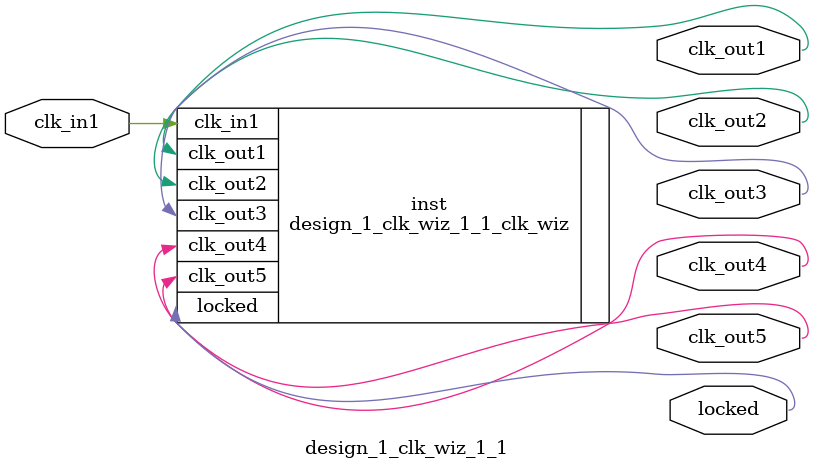
<source format=v>


`timescale 1ps/1ps

(* CORE_GENERATION_INFO = "design_1_clk_wiz_1_1,clk_wiz_v6_0_3_0_0,{component_name=design_1_clk_wiz_1_1,use_phase_alignment=true,use_min_o_jitter=false,use_max_i_jitter=false,use_dyn_phase_shift=false,use_inclk_switchover=false,use_dyn_reconfig=false,enable_axi=0,feedback_source=FDBK_AUTO,PRIMITIVE=MMCM,num_out_clk=5,clkin1_period=20.000,clkin2_period=10.0,use_power_down=false,use_reset=false,use_locked=true,use_inclk_stopped=false,feedback_type=SINGLE,CLOCK_MGR_TYPE=NA,manual_override=false}" *)

module design_1_clk_wiz_1_1 
 (
  // Clock out ports
  output        clk_out1,
  output        clk_out2,
  output        clk_out3,
  output        clk_out4,
  output        clk_out5,
  // Status and control signals
  output        locked,
 // Clock in ports
  input         clk_in1
 );

  design_1_clk_wiz_1_1_clk_wiz inst
  (
  // Clock out ports  
  .clk_out1(clk_out1),
  .clk_out2(clk_out2),
  .clk_out3(clk_out3),
  .clk_out4(clk_out4),
  .clk_out5(clk_out5),
  // Status and control signals               
  .locked(locked),
 // Clock in ports
  .clk_in1(clk_in1)
  );

endmodule

</source>
